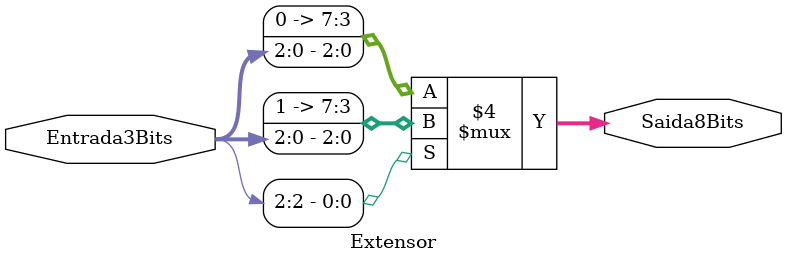
<source format=v>
module Extensor(
   input signed [2:0] Entrada3Bits,
   output reg [7:0] Saida8Bits 
);

   always @(Entrada3Bits) begin
      if (Entrada3Bits[2] == 1) // Número negativo
         Saida8Bits = {5'b11111, Entrada3Bits};
      else // Número positivo
         Saida8Bits = {5'b00000, Entrada3Bits};
   end

endmodule
</source>
